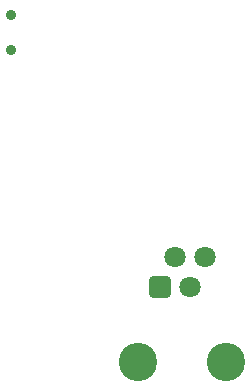
<source format=gbr>
%TF.GenerationSoftware,KiCad,Pcbnew,7.0.9*%
%TF.CreationDate,2023-12-13T00:56:51-08:00*%
%TF.ProjectId,Vi-Fi,56692d46-692e-46b6-9963-61645f706362,rev?*%
%TF.SameCoordinates,Original*%
%TF.FileFunction,Soldermask,Bot*%
%TF.FilePolarity,Negative*%
%FSLAX46Y46*%
G04 Gerber Fmt 4.6, Leading zero omitted, Abs format (unit mm)*
G04 Created by KiCad (PCBNEW 7.0.9) date 2023-12-13 00:56:51*
%MOMM*%
%LPD*%
G01*
G04 APERTURE LIST*
G04 Aperture macros list*
%AMRoundRect*
0 Rectangle with rounded corners*
0 $1 Rounding radius*
0 $2 $3 $4 $5 $6 $7 $8 $9 X,Y pos of 4 corners*
0 Add a 4 corners polygon primitive as box body*
4,1,4,$2,$3,$4,$5,$6,$7,$8,$9,$2,$3,0*
0 Add four circle primitives for the rounded corners*
1,1,$1+$1,$2,$3*
1,1,$1+$1,$4,$5*
1,1,$1+$1,$6,$7*
1,1,$1+$1,$8,$9*
0 Add four rect primitives between the rounded corners*
20,1,$1+$1,$2,$3,$4,$5,0*
20,1,$1+$1,$4,$5,$6,$7,0*
20,1,$1+$1,$6,$7,$8,$9,0*
20,1,$1+$1,$8,$9,$2,$3,0*%
G04 Aperture macros list end*
%ADD10C,0.900000*%
%ADD11C,3.250000*%
%ADD12RoundRect,0.250000X-0.650000X-0.650000X0.650000X-0.650000X0.650000X0.650000X-0.650000X0.650000X0*%
%ADD13C,1.800000*%
G04 APERTURE END LIST*
D10*
%TO.C,SW2*%
X45170000Y-64794000D03*
X45170000Y-67794000D03*
%TD*%
D11*
%TO.C,J1*%
X55875000Y-94234000D03*
X63375000Y-94234000D03*
D12*
X57785000Y-87884000D03*
D13*
X59055000Y-85344000D03*
X60325000Y-87884000D03*
X61595000Y-85344000D03*
%TD*%
M02*

</source>
